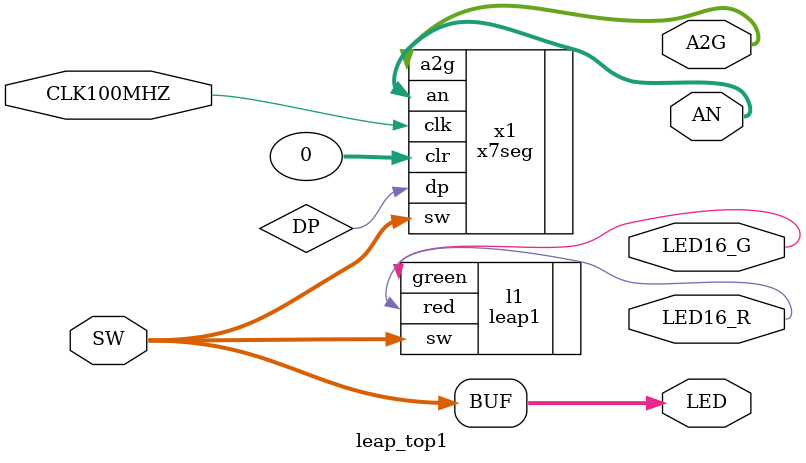
<source format=sv>
`timescale 1ns / 1ps


module leap_top1(
    input logic [15:0] SW,
    input logic CLK100MHZ,
    output logic [7:0] AN,
    output logic [6:0] A2G,
    output logic [15:0] LED,
    output logic LED16_R,
    output logic LED16_G
    );
    
    assign LED=SW;
    
    leap1 l1(.sw(SW),
             .red(LED16_R),
             .green(LED16_G)  );
             
    x7seg x1(.sw(SW),
             .clr(0),
             .clk(CLK100MHZ),
             .a2g(A2G),
             .an(AN),
             .dp(DP));
endmodule

</source>
